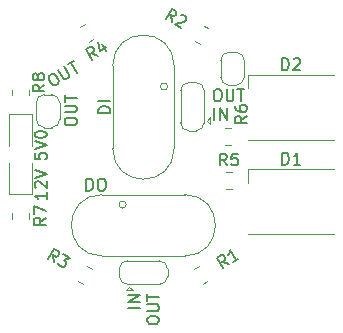
<source format=gbr>
%TF.GenerationSoftware,KiCad,Pcbnew,(7.0.0)*%
%TF.CreationDate,2023-06-29T20:54:47-07:00*%
%TF.ProjectId,glowprism_pipe_pcb,676c6f77-7072-4697-936d-5f706970655f,rev?*%
%TF.SameCoordinates,Original*%
%TF.FileFunction,Legend,Top*%
%TF.FilePolarity,Positive*%
%FSLAX46Y46*%
G04 Gerber Fmt 4.6, Leading zero omitted, Abs format (unit mm)*
G04 Created by KiCad (PCBNEW (7.0.0)) date 2023-06-29 20:54:47*
%MOMM*%
%LPD*%
G01*
G04 APERTURE LIST*
%ADD10C,0.150000*%
%ADD11C,0.120000*%
%ADD12C,0.100000*%
G04 APERTURE END LIST*
D10*
X6194371Y5504619D02*
X6384847Y5504619D01*
X6384847Y5504619D02*
X6480085Y5457000D01*
X6480085Y5457000D02*
X6575323Y5361761D01*
X6575323Y5361761D02*
X6622942Y5171285D01*
X6622942Y5171285D02*
X6622942Y4837952D01*
X6622942Y4837952D02*
X6575323Y4647476D01*
X6575323Y4647476D02*
X6480085Y4552238D01*
X6480085Y4552238D02*
X6384847Y4504619D01*
X6384847Y4504619D02*
X6194371Y4504619D01*
X6194371Y4504619D02*
X6099133Y4552238D01*
X6099133Y4552238D02*
X6003895Y4647476D01*
X6003895Y4647476D02*
X5956276Y4837952D01*
X5956276Y4837952D02*
X5956276Y5171285D01*
X5956276Y5171285D02*
X6003895Y5361761D01*
X6003895Y5361761D02*
X6099133Y5457000D01*
X6099133Y5457000D02*
X6194371Y5504619D01*
X7051514Y5504619D02*
X7051514Y4695095D01*
X7051514Y4695095D02*
X7099133Y4599857D01*
X7099133Y4599857D02*
X7146752Y4552238D01*
X7146752Y4552238D02*
X7241990Y4504619D01*
X7241990Y4504619D02*
X7432466Y4504619D01*
X7432466Y4504619D02*
X7527704Y4552238D01*
X7527704Y4552238D02*
X7575323Y4599857D01*
X7575323Y4599857D02*
X7622942Y4695095D01*
X7622942Y4695095D02*
X7622942Y5504619D01*
X7956276Y5504619D02*
X8527704Y5504619D01*
X8241990Y4504619D02*
X8241990Y5504619D01*
X6003895Y2884619D02*
X6003895Y3884619D01*
X6480085Y2884619D02*
X6480085Y3884619D01*
X6480085Y3884619D02*
X7051513Y2884619D01*
X7051513Y2884619D02*
X7051513Y3884619D01*
X-313619Y-12995113D02*
X-1313619Y-12995113D01*
X-313619Y-12518923D02*
X-1313619Y-12518923D01*
X-1313619Y-12518923D02*
X-313619Y-11947495D01*
X-313619Y-11947495D02*
X-1313619Y-11947495D01*
X306380Y-14137971D02*
X306380Y-13947495D01*
X306380Y-13947495D02*
X354000Y-13852257D01*
X354000Y-13852257D02*
X449238Y-13757019D01*
X449238Y-13757019D02*
X639714Y-13709400D01*
X639714Y-13709400D02*
X973047Y-13709400D01*
X973047Y-13709400D02*
X1163523Y-13757019D01*
X1163523Y-13757019D02*
X1258761Y-13852257D01*
X1258761Y-13852257D02*
X1306380Y-13947495D01*
X1306380Y-13947495D02*
X1306380Y-14137971D01*
X1306380Y-14137971D02*
X1258761Y-14233209D01*
X1258761Y-14233209D02*
X1163523Y-14328447D01*
X1163523Y-14328447D02*
X973047Y-14376066D01*
X973047Y-14376066D02*
X639714Y-14376066D01*
X639714Y-14376066D02*
X449238Y-14328447D01*
X449238Y-14328447D02*
X354000Y-14233209D01*
X354000Y-14233209D02*
X306380Y-14137971D01*
X306380Y-13280828D02*
X1115904Y-13280828D01*
X1115904Y-13280828D02*
X1211142Y-13233209D01*
X1211142Y-13233209D02*
X1258761Y-13185590D01*
X1258761Y-13185590D02*
X1306380Y-13090352D01*
X1306380Y-13090352D02*
X1306380Y-12899876D01*
X1306380Y-12899876D02*
X1258761Y-12804638D01*
X1258761Y-12804638D02*
X1211142Y-12757019D01*
X1211142Y-12757019D02*
X1115904Y-12709400D01*
X1115904Y-12709400D02*
X306380Y-12709400D01*
X306380Y-12376066D02*
X306380Y-11804638D01*
X1306380Y-12090352D02*
X306380Y-12090352D01*
X-6653219Y2689171D02*
X-6653219Y2879647D01*
X-6653219Y2879647D02*
X-6605600Y2974885D01*
X-6605600Y2974885D02*
X-6510361Y3070123D01*
X-6510361Y3070123D02*
X-6319885Y3117742D01*
X-6319885Y3117742D02*
X-5986552Y3117742D01*
X-5986552Y3117742D02*
X-5796076Y3070123D01*
X-5796076Y3070123D02*
X-5700838Y2974885D01*
X-5700838Y2974885D02*
X-5653219Y2879647D01*
X-5653219Y2879647D02*
X-5653219Y2689171D01*
X-5653219Y2689171D02*
X-5700838Y2593933D01*
X-5700838Y2593933D02*
X-5796076Y2498695D01*
X-5796076Y2498695D02*
X-5986552Y2451076D01*
X-5986552Y2451076D02*
X-6319885Y2451076D01*
X-6319885Y2451076D02*
X-6510361Y2498695D01*
X-6510361Y2498695D02*
X-6605600Y2593933D01*
X-6605600Y2593933D02*
X-6653219Y2689171D01*
X-6653219Y3546314D02*
X-5843695Y3546314D01*
X-5843695Y3546314D02*
X-5748457Y3593933D01*
X-5748457Y3593933D02*
X-5700838Y3641552D01*
X-5700838Y3641552D02*
X-5653219Y3736790D01*
X-5653219Y3736790D02*
X-5653219Y3927266D01*
X-5653219Y3927266D02*
X-5700838Y4022504D01*
X-5700838Y4022504D02*
X-5748457Y4070123D01*
X-5748457Y4070123D02*
X-5843695Y4117742D01*
X-5843695Y4117742D02*
X-6653219Y4117742D01*
X-6653219Y4451076D02*
X-6653219Y5022504D01*
X-5653219Y4736790D02*
X-6653219Y4736790D01*
X-7933855Y6729774D02*
X-7768898Y6825012D01*
X-7768898Y6825012D02*
X-7662610Y6831392D01*
X-7662610Y6831392D02*
X-7532512Y6796533D01*
X-7532512Y6796533D02*
X-7396035Y6655385D01*
X-7396035Y6655385D02*
X-7229368Y6366710D01*
X-7229368Y6366710D02*
X-7175369Y6177943D01*
X-7175369Y6177943D02*
X-7210229Y6047845D01*
X-7210229Y6047845D02*
X-7268898Y5958987D01*
X-7268898Y5958987D02*
X-7433855Y5863749D01*
X-7433855Y5863749D02*
X-7540143Y5857369D01*
X-7540143Y5857369D02*
X-7670241Y5892229D01*
X-7670241Y5892229D02*
X-7806718Y6033376D01*
X-7806718Y6033376D02*
X-7973385Y6322051D01*
X-7973385Y6322051D02*
X-8027384Y6510818D01*
X-8027384Y6510818D02*
X-7992524Y6640916D01*
X-7992524Y6640916D02*
X-7933855Y6729774D01*
X-7191548Y7158346D02*
X-6786786Y6457277D01*
X-6786786Y6457277D02*
X-6697928Y6398608D01*
X-6697928Y6398608D02*
X-6632879Y6381179D01*
X-6632879Y6381179D02*
X-6526591Y6387558D01*
X-6526591Y6387558D02*
X-6361633Y6482796D01*
X-6361633Y6482796D02*
X-6302964Y6571655D01*
X-6302964Y6571655D02*
X-6285535Y6636704D01*
X-6285535Y6636704D02*
X-6291914Y6742992D01*
X-6291914Y6742992D02*
X-6696676Y7444060D01*
X-6408001Y7610727D02*
X-5913129Y7896441D01*
X-5660565Y6887558D02*
X-6160565Y7753584D01*
X-4824313Y-3058980D02*
X-4824313Y-2058980D01*
X-4824313Y-2058980D02*
X-4586218Y-2058980D01*
X-4586218Y-2058980D02*
X-4443361Y-2106600D01*
X-4443361Y-2106600D02*
X-4348123Y-2201838D01*
X-4348123Y-2201838D02*
X-4300504Y-2297076D01*
X-4300504Y-2297076D02*
X-4252885Y-2487552D01*
X-4252885Y-2487552D02*
X-4252885Y-2630409D01*
X-4252885Y-2630409D02*
X-4300504Y-2820885D01*
X-4300504Y-2820885D02*
X-4348123Y-2916123D01*
X-4348123Y-2916123D02*
X-4443361Y-3011361D01*
X-4443361Y-3011361D02*
X-4586218Y-3058980D01*
X-4586218Y-3058980D02*
X-4824313Y-3058980D01*
X-3633837Y-2058980D02*
X-3443361Y-2058980D01*
X-3443361Y-2058980D02*
X-3348123Y-2106600D01*
X-3348123Y-2106600D02*
X-3252885Y-2201838D01*
X-3252885Y-2201838D02*
X-3205266Y-2392314D01*
X-3205266Y-2392314D02*
X-3205266Y-2725647D01*
X-3205266Y-2725647D02*
X-3252885Y-2916123D01*
X-3252885Y-2916123D02*
X-3348123Y-3011361D01*
X-3348123Y-3011361D02*
X-3443361Y-3058980D01*
X-3443361Y-3058980D02*
X-3633837Y-3058980D01*
X-3633837Y-3058980D02*
X-3729075Y-3011361D01*
X-3729075Y-3011361D02*
X-3824313Y-2916123D01*
X-3824313Y-2916123D02*
X-3871932Y-2725647D01*
X-3871932Y-2725647D02*
X-3871932Y-2392314D01*
X-3871932Y-2392314D02*
X-3824313Y-2201838D01*
X-3824313Y-2201838D02*
X-3729075Y-2106600D01*
X-3729075Y-2106600D02*
X-3633837Y-2058980D01*
X-2817619Y3500000D02*
X-3817619Y3500000D01*
X-3817619Y3500000D02*
X-3817619Y3738095D01*
X-3817619Y3738095D02*
X-3770000Y3880952D01*
X-3770000Y3880952D02*
X-3674761Y3976190D01*
X-3674761Y3976190D02*
X-3579523Y4023809D01*
X-3579523Y4023809D02*
X-3389047Y4071428D01*
X-3389047Y4071428D02*
X-3246190Y4071428D01*
X-3246190Y4071428D02*
X-3055714Y4023809D01*
X-3055714Y4023809D02*
X-2960476Y3976190D01*
X-2960476Y3976190D02*
X-2865238Y3880952D01*
X-2865238Y3880952D02*
X-2817619Y3738095D01*
X-2817619Y3738095D02*
X-2817619Y3500000D01*
X-2817619Y4500000D02*
X-3817619Y4500000D01*
X-8193219Y-3214400D02*
X-8193219Y-3785828D01*
X-8193219Y-3500114D02*
X-9193219Y-3500114D01*
X-9193219Y-3500114D02*
X-9050361Y-3595352D01*
X-9050361Y-3595352D02*
X-8955123Y-3690590D01*
X-8955123Y-3690590D02*
X-8907504Y-3785828D01*
X-9097980Y-2833447D02*
X-9145600Y-2785828D01*
X-9145600Y-2785828D02*
X-9193219Y-2690590D01*
X-9193219Y-2690590D02*
X-9193219Y-2452495D01*
X-9193219Y-2452495D02*
X-9145600Y-2357257D01*
X-9145600Y-2357257D02*
X-9097980Y-2309638D01*
X-9097980Y-2309638D02*
X-9002742Y-2262019D01*
X-9002742Y-2262019D02*
X-8907504Y-2262019D01*
X-8907504Y-2262019D02*
X-8764647Y-2309638D01*
X-8764647Y-2309638D02*
X-8193219Y-2881066D01*
X-8193219Y-2881066D02*
X-8193219Y-2262019D01*
X-9193219Y-1976304D02*
X-8193219Y-1642971D01*
X-8193219Y-1642971D02*
X-9193219Y-1309638D01*
X-9193219Y99885D02*
X-9193219Y-376304D01*
X-9193219Y-376304D02*
X-8717028Y-423923D01*
X-8717028Y-423923D02*
X-8764647Y-376304D01*
X-8764647Y-376304D02*
X-8812266Y-281066D01*
X-8812266Y-281066D02*
X-8812266Y-42971D01*
X-8812266Y-42971D02*
X-8764647Y52266D01*
X-8764647Y52266D02*
X-8717028Y99885D01*
X-8717028Y99885D02*
X-8621790Y147504D01*
X-8621790Y147504D02*
X-8383695Y147504D01*
X-8383695Y147504D02*
X-8288457Y99885D01*
X-8288457Y99885D02*
X-8240838Y52266D01*
X-8240838Y52266D02*
X-8193219Y-42971D01*
X-8193219Y-42971D02*
X-8193219Y-281066D01*
X-8193219Y-281066D02*
X-8240838Y-376304D01*
X-8240838Y-376304D02*
X-8288457Y-423923D01*
X-9193219Y433219D02*
X-8193219Y766552D01*
X-8193219Y766552D02*
X-9193219Y1099885D01*
X-9193219Y1623695D02*
X-9193219Y1718933D01*
X-9193219Y1718933D02*
X-9145600Y1814171D01*
X-9145600Y1814171D02*
X-9097980Y1861790D01*
X-9097980Y1861790D02*
X-9002742Y1909409D01*
X-9002742Y1909409D02*
X-8812266Y1957028D01*
X-8812266Y1957028D02*
X-8574171Y1957028D01*
X-8574171Y1957028D02*
X-8383695Y1909409D01*
X-8383695Y1909409D02*
X-8288457Y1861790D01*
X-8288457Y1861790D02*
X-8240838Y1814171D01*
X-8240838Y1814171D02*
X-8193219Y1718933D01*
X-8193219Y1718933D02*
X-8193219Y1623695D01*
X-8193219Y1623695D02*
X-8240838Y1528457D01*
X-8240838Y1528457D02*
X-8288457Y1480838D01*
X-8288457Y1480838D02*
X-8383695Y1433219D01*
X-8383695Y1433219D02*
X-8574171Y1385600D01*
X-8574171Y1385600D02*
X-8812266Y1385600D01*
X-8812266Y1385600D02*
X-9002742Y1433219D01*
X-9002742Y1433219D02*
X-9097980Y1480838D01*
X-9097980Y1480838D02*
X-9145600Y1528457D01*
X-9145600Y1528457D02*
X-9193219Y1623695D01*
%TO.C,R6*%
X8774780Y3236933D02*
X8298590Y2903600D01*
X8774780Y2665505D02*
X7774780Y2665505D01*
X7774780Y2665505D02*
X7774780Y3046457D01*
X7774780Y3046457D02*
X7822400Y3141695D01*
X7822400Y3141695D02*
X7870019Y3189314D01*
X7870019Y3189314D02*
X7965257Y3236933D01*
X7965257Y3236933D02*
X8108114Y3236933D01*
X8108114Y3236933D02*
X8203352Y3189314D01*
X8203352Y3189314D02*
X8250971Y3141695D01*
X8250971Y3141695D02*
X8298590Y3046457D01*
X8298590Y3046457D02*
X8298590Y2665505D01*
X7774780Y4094076D02*
X7774780Y3903600D01*
X7774780Y3903600D02*
X7822400Y3808362D01*
X7822400Y3808362D02*
X7870019Y3760743D01*
X7870019Y3760743D02*
X8012876Y3665505D01*
X8012876Y3665505D02*
X8203352Y3617886D01*
X8203352Y3617886D02*
X8584304Y3617886D01*
X8584304Y3617886D02*
X8679542Y3665505D01*
X8679542Y3665505D02*
X8727161Y3713124D01*
X8727161Y3713124D02*
X8774780Y3808362D01*
X8774780Y3808362D02*
X8774780Y3998838D01*
X8774780Y3998838D02*
X8727161Y4094076D01*
X8727161Y4094076D02*
X8679542Y4141695D01*
X8679542Y4141695D02*
X8584304Y4189314D01*
X8584304Y4189314D02*
X8346209Y4189314D01*
X8346209Y4189314D02*
X8250971Y4141695D01*
X8250971Y4141695D02*
X8203352Y4094076D01*
X8203352Y4094076D02*
X8155733Y3998838D01*
X8155733Y3998838D02*
X8155733Y3808362D01*
X8155733Y3808362D02*
X8203352Y3713124D01*
X8203352Y3713124D02*
X8250971Y3665505D01*
X8250971Y3665505D02*
X8346209Y3617886D01*
%TO.C,R8*%
X-8370219Y5903933D02*
X-8846409Y5570600D01*
X-8370219Y5332505D02*
X-9370219Y5332505D01*
X-9370219Y5332505D02*
X-9370219Y5713457D01*
X-9370219Y5713457D02*
X-9322600Y5808695D01*
X-9322600Y5808695D02*
X-9274980Y5856314D01*
X-9274980Y5856314D02*
X-9179742Y5903933D01*
X-9179742Y5903933D02*
X-9036885Y5903933D01*
X-9036885Y5903933D02*
X-8941647Y5856314D01*
X-8941647Y5856314D02*
X-8894028Y5808695D01*
X-8894028Y5808695D02*
X-8846409Y5713457D01*
X-8846409Y5713457D02*
X-8846409Y5332505D01*
X-8941647Y6475362D02*
X-8989266Y6380124D01*
X-8989266Y6380124D02*
X-9036885Y6332505D01*
X-9036885Y6332505D02*
X-9132123Y6284886D01*
X-9132123Y6284886D02*
X-9179742Y6284886D01*
X-9179742Y6284886D02*
X-9274980Y6332505D01*
X-9274980Y6332505D02*
X-9322600Y6380124D01*
X-9322600Y6380124D02*
X-9370219Y6475362D01*
X-9370219Y6475362D02*
X-9370219Y6665838D01*
X-9370219Y6665838D02*
X-9322600Y6761076D01*
X-9322600Y6761076D02*
X-9274980Y6808695D01*
X-9274980Y6808695D02*
X-9179742Y6856314D01*
X-9179742Y6856314D02*
X-9132123Y6856314D01*
X-9132123Y6856314D02*
X-9036885Y6808695D01*
X-9036885Y6808695D02*
X-8989266Y6761076D01*
X-8989266Y6761076D02*
X-8941647Y6665838D01*
X-8941647Y6665838D02*
X-8941647Y6475362D01*
X-8941647Y6475362D02*
X-8894028Y6380124D01*
X-8894028Y6380124D02*
X-8846409Y6332505D01*
X-8846409Y6332505D02*
X-8751171Y6284886D01*
X-8751171Y6284886D02*
X-8560695Y6284886D01*
X-8560695Y6284886D02*
X-8465457Y6332505D01*
X-8465457Y6332505D02*
X-8417838Y6380124D01*
X-8417838Y6380124D02*
X-8370219Y6475362D01*
X-8370219Y6475362D02*
X-8370219Y6665838D01*
X-8370219Y6665838D02*
X-8417838Y6761076D01*
X-8417838Y6761076D02*
X-8465457Y6808695D01*
X-8465457Y6808695D02*
X-8560695Y6856314D01*
X-8560695Y6856314D02*
X-8751171Y6856314D01*
X-8751171Y6856314D02*
X-8846409Y6808695D01*
X-8846409Y6808695D02*
X-8894028Y6761076D01*
X-8894028Y6761076D02*
X-8941647Y6665838D01*
%TO.C,R5*%
X7073733Y-927180D02*
X6740400Y-450990D01*
X6502305Y-927180D02*
X6502305Y72819D01*
X6502305Y72819D02*
X6883257Y72819D01*
X6883257Y72819D02*
X6978495Y25200D01*
X6978495Y25200D02*
X7026114Y-22419D01*
X7026114Y-22419D02*
X7073733Y-117657D01*
X7073733Y-117657D02*
X7073733Y-260514D01*
X7073733Y-260514D02*
X7026114Y-355752D01*
X7026114Y-355752D02*
X6978495Y-403371D01*
X6978495Y-403371D02*
X6883257Y-450990D01*
X6883257Y-450990D02*
X6502305Y-450990D01*
X7978495Y72819D02*
X7502305Y72819D01*
X7502305Y72819D02*
X7454686Y-403371D01*
X7454686Y-403371D02*
X7502305Y-355752D01*
X7502305Y-355752D02*
X7597543Y-308133D01*
X7597543Y-308133D02*
X7835638Y-308133D01*
X7835638Y-308133D02*
X7930876Y-355752D01*
X7930876Y-355752D02*
X7978495Y-403371D01*
X7978495Y-403371D02*
X8026114Y-498609D01*
X8026114Y-498609D02*
X8026114Y-736704D01*
X8026114Y-736704D02*
X7978495Y-831942D01*
X7978495Y-831942D02*
X7930876Y-879561D01*
X7930876Y-879561D02*
X7835638Y-927180D01*
X7835638Y-927180D02*
X7597543Y-927180D01*
X7597543Y-927180D02*
X7502305Y-879561D01*
X7502305Y-879561D02*
X7454686Y-831942D01*
%TO.C,R7*%
X-8268619Y-5373666D02*
X-8744809Y-5706999D01*
X-8268619Y-5945094D02*
X-9268619Y-5945094D01*
X-9268619Y-5945094D02*
X-9268619Y-5564142D01*
X-9268619Y-5564142D02*
X-9221000Y-5468904D01*
X-9221000Y-5468904D02*
X-9173380Y-5421285D01*
X-9173380Y-5421285D02*
X-9078142Y-5373666D01*
X-9078142Y-5373666D02*
X-8935285Y-5373666D01*
X-8935285Y-5373666D02*
X-8840047Y-5421285D01*
X-8840047Y-5421285D02*
X-8792428Y-5468904D01*
X-8792428Y-5468904D02*
X-8744809Y-5564142D01*
X-8744809Y-5564142D02*
X-8744809Y-5945094D01*
X-9268619Y-5040332D02*
X-9268619Y-4373666D01*
X-9268619Y-4373666D02*
X-8268619Y-4802237D01*
%TO.C,R1*%
X7227553Y-9316894D02*
X6700782Y-9071167D01*
X6732681Y-9602608D02*
X6232681Y-8736583D01*
X6232681Y-8736583D02*
X6562596Y-8546107D01*
X6562596Y-8546107D02*
X6668884Y-8539727D01*
X6668884Y-8539727D02*
X6733933Y-8557157D01*
X6733933Y-8557157D02*
X6822791Y-8615826D01*
X6822791Y-8615826D02*
X6894219Y-8739544D01*
X6894219Y-8739544D02*
X6900599Y-8845832D01*
X6900599Y-8845832D02*
X6883169Y-8910881D01*
X6883169Y-8910881D02*
X6824500Y-8999739D01*
X6824500Y-8999739D02*
X6494586Y-9190215D01*
X8052339Y-8840703D02*
X7557467Y-9126418D01*
X7804903Y-8983560D02*
X7304903Y-8117535D01*
X7304903Y-8117535D02*
X7293853Y-8288872D01*
X7293853Y-8288872D02*
X7258993Y-8418970D01*
X7258993Y-8418970D02*
X7200324Y-8507828D01*
%TO.C,R2*%
X2389772Y11195171D02*
X2339192Y11774231D01*
X1894900Y11480886D02*
X2394900Y12346911D01*
X2394900Y12346911D02*
X2724815Y12156435D01*
X2724815Y12156435D02*
X2783484Y12067577D01*
X2783484Y12067577D02*
X2800914Y12002528D01*
X2800914Y12002528D02*
X2794534Y11896240D01*
X2794534Y11896240D02*
X2723105Y11772522D01*
X2723105Y11772522D02*
X2634247Y11713853D01*
X2634247Y11713853D02*
X2569198Y11696423D01*
X2569198Y11696423D02*
X2462910Y11702803D01*
X2462910Y11702803D02*
X2132995Y11893279D01*
X3172067Y11788242D02*
X3237116Y11805672D01*
X3237116Y11805672D02*
X3343404Y11799292D01*
X3343404Y11799292D02*
X3549601Y11680244D01*
X3549601Y11680244D02*
X3608270Y11591386D01*
X3608270Y11591386D02*
X3625700Y11526337D01*
X3625700Y11526337D02*
X3619320Y11420049D01*
X3619320Y11420049D02*
X3571701Y11337570D01*
X3571701Y11337570D02*
X3459033Y11237662D01*
X3459033Y11237662D02*
X2678447Y11028505D01*
X2678447Y11028505D02*
X3214558Y10718981D01*
%TO.C,R3*%
X-7567027Y-9150228D02*
X-7617607Y-8571168D01*
X-8061899Y-8864513D02*
X-7561899Y-7998488D01*
X-7561899Y-7998488D02*
X-7231984Y-8188964D01*
X-7231984Y-8188964D02*
X-7173315Y-8277822D01*
X-7173315Y-8277822D02*
X-7155885Y-8342871D01*
X-7155885Y-8342871D02*
X-7162265Y-8449159D01*
X-7162265Y-8449159D02*
X-7233694Y-8572877D01*
X-7233694Y-8572877D02*
X-7322552Y-8631546D01*
X-7322552Y-8631546D02*
X-7387601Y-8648976D01*
X-7387601Y-8648976D02*
X-7493889Y-8642596D01*
X-7493889Y-8642596D02*
X-7823804Y-8452120D01*
X-6778352Y-8450869D02*
X-6242241Y-8760393D01*
X-6242241Y-8760393D02*
X-6721392Y-8923640D01*
X-6721392Y-8923640D02*
X-6597674Y-8995069D01*
X-6597674Y-8995069D02*
X-6539005Y-9083927D01*
X-6539005Y-9083927D02*
X-6521576Y-9148976D01*
X-6521576Y-9148976D02*
X-6527955Y-9255264D01*
X-6527955Y-9255264D02*
X-6647003Y-9461461D01*
X-6647003Y-9461461D02*
X-6735861Y-9520130D01*
X-6735861Y-9520130D02*
X-6800910Y-9537560D01*
X-6800910Y-9537560D02*
X-6907198Y-9531180D01*
X-6907198Y-9531180D02*
X-7154634Y-9388323D01*
X-7154634Y-9388323D02*
X-7213303Y-9299465D01*
X-7213303Y-9299465D02*
X-7230733Y-9234416D01*
%TO.C,R4*%
X-3872246Y8310705D02*
X-4399017Y8556432D01*
X-4367118Y8024991D02*
X-4867118Y8891016D01*
X-4867118Y8891016D02*
X-4537203Y9081492D01*
X-4537203Y9081492D02*
X-4430915Y9087872D01*
X-4430915Y9087872D02*
X-4365866Y9070442D01*
X-4365866Y9070442D02*
X-4277008Y9011773D01*
X-4277008Y9011773D02*
X-4205580Y8888055D01*
X-4205580Y8888055D02*
X-4199200Y8781767D01*
X-4199200Y8781767D02*
X-4216630Y8716718D01*
X-4216630Y8716718D02*
X-4275299Y8627860D01*
X-4275299Y8627860D02*
X-4605213Y8437384D01*
X-3463272Y9316627D02*
X-3129939Y8739277D01*
X-3859945Y9527494D02*
X-3708998Y8789856D01*
X-3708998Y8789856D02*
X-3172887Y9099380D01*
%TO.C,D1*%
X11761905Y-867380D02*
X11761905Y132619D01*
X11761905Y132619D02*
X12000000Y132619D01*
X12000000Y132619D02*
X12142857Y85000D01*
X12142857Y85000D02*
X12238095Y-10238D01*
X12238095Y-10238D02*
X12285714Y-105476D01*
X12285714Y-105476D02*
X12333333Y-295952D01*
X12333333Y-295952D02*
X12333333Y-438809D01*
X12333333Y-438809D02*
X12285714Y-629285D01*
X12285714Y-629285D02*
X12238095Y-724523D01*
X12238095Y-724523D02*
X12142857Y-819761D01*
X12142857Y-819761D02*
X12000000Y-867380D01*
X12000000Y-867380D02*
X11761905Y-867380D01*
X13285714Y-867380D02*
X12714286Y-867380D01*
X13000000Y-867380D02*
X13000000Y132619D01*
X13000000Y132619D02*
X12904762Y-10238D01*
X12904762Y-10238D02*
X12809524Y-105476D01*
X12809524Y-105476D02*
X12714286Y-153095D01*
%TO.C,D2*%
X11761905Y7132619D02*
X11761905Y8132619D01*
X11761905Y8132619D02*
X12000000Y8132619D01*
X12000000Y8132619D02*
X12142857Y8085000D01*
X12142857Y8085000D02*
X12238095Y7989761D01*
X12238095Y7989761D02*
X12285714Y7894523D01*
X12285714Y7894523D02*
X12333333Y7704047D01*
X12333333Y7704047D02*
X12333333Y7561190D01*
X12333333Y7561190D02*
X12285714Y7370714D01*
X12285714Y7370714D02*
X12238095Y7275476D01*
X12238095Y7275476D02*
X12142857Y7180238D01*
X12142857Y7180238D02*
X12000000Y7132619D01*
X12000000Y7132619D02*
X11761905Y7132619D01*
X12714286Y8037380D02*
X12761905Y8085000D01*
X12761905Y8085000D02*
X12857143Y8132619D01*
X12857143Y8132619D02*
X13095238Y8132619D01*
X13095238Y8132619D02*
X13190476Y8085000D01*
X13190476Y8085000D02*
X13238095Y8037380D01*
X13238095Y8037380D02*
X13285714Y7942142D01*
X13285714Y7942142D02*
X13285714Y7846904D01*
X13285714Y7846904D02*
X13238095Y7704047D01*
X13238095Y7704047D02*
X12666667Y7132619D01*
X12666667Y7132619D02*
X13285714Y7132619D01*
D11*
%TO.C,JP1*%
X8543800Y7954000D02*
X8543800Y6554000D01*
X6543800Y6554000D02*
X6543800Y7954000D01*
X7843800Y5854000D02*
X7243800Y5854000D01*
X7243800Y8654000D02*
X7843800Y8654000D01*
X7843800Y5854000D02*
G75*
G03*
X8543800Y6554000I0J700000D01*
G01*
X8543800Y7954000D02*
G75*
G03*
X7843800Y8654000I-699999J1D01*
G01*
X7243800Y8654000D02*
G75*
G03*
X6543800Y7954000I-1J-699999D01*
G01*
X6543800Y6554000D02*
G75*
G03*
X7243800Y5854000I700000J0D01*
G01*
%TO.C,R6*%
X6935736Y763600D02*
X7389864Y763600D01*
X6935736Y2233600D02*
X7389864Y2233600D01*
%TO.C,R8*%
X-11149000Y5448264D02*
X-11149000Y4994136D01*
X-9679000Y5448264D02*
X-9679000Y4994136D01*
%TO.C,R5*%
X7013336Y-2944800D02*
X7467464Y-2944800D01*
X7013336Y-1474800D02*
X7467464Y-1474800D01*
%TO.C,JP4*%
X1404600Y-11007600D02*
X-1395400Y-11007600D01*
X2054600Y-9707600D02*
X2054600Y-10307600D01*
X-1395400Y-9007600D02*
X1404600Y-9007600D01*
X-1195400Y-11207600D02*
X-895400Y-11507600D01*
X-2045400Y-10307600D02*
X-2045400Y-9707600D01*
X-1195400Y-11207600D02*
X-1495400Y-11507600D01*
X-1495400Y-11507600D02*
X-895400Y-11507600D01*
X2054600Y-9707600D02*
G75*
G03*
X1354600Y-9007600I-700000J0D01*
G01*
X-1345400Y-9007600D02*
G75*
G03*
X-2045400Y-9707600I-1J-699999D01*
G01*
X-2045400Y-10307600D02*
G75*
G03*
X-1345400Y-11007600I699999J-1D01*
G01*
X1354600Y-11007600D02*
G75*
G03*
X2054600Y-10307600I0J700000D01*
G01*
%TO.C,JP3*%
X5150100Y5438600D02*
X5150100Y2638600D01*
X3850100Y6088600D02*
X4450100Y6088600D01*
X3150100Y2638600D02*
X3150100Y5438600D01*
X5350100Y2838600D02*
X5650100Y3138600D01*
X4450100Y1988600D02*
X3850100Y1988600D01*
X5350100Y2838600D02*
X5650100Y2538600D01*
X5650100Y2538600D02*
X5650100Y3138600D01*
X3850100Y6088600D02*
G75*
G03*
X3150100Y5388600I0J-700000D01*
G01*
X3150100Y2688600D02*
G75*
G03*
X3850100Y1988600I699999J-1D01*
G01*
X4450100Y1988600D02*
G75*
G03*
X5150100Y2688600I1J699999D01*
G01*
X5150100Y5388600D02*
G75*
G03*
X4450100Y6088600I-700000J0D01*
G01*
%TO.C,JP2*%
X-9077200Y2968000D02*
X-9077200Y4368000D01*
X-7077200Y4368000D02*
X-7077200Y2968000D01*
X-8377200Y5068000D02*
X-7777200Y5068000D01*
X-7777200Y2268000D02*
X-8377200Y2268000D01*
X-8377200Y5068000D02*
G75*
G03*
X-9077200Y4368000I0J-700000D01*
G01*
X-9077200Y2968000D02*
G75*
G03*
X-8377200Y2268000I699999J-1D01*
G01*
X-7777200Y2268000D02*
G75*
G03*
X-7077200Y2968000I1J699999D01*
G01*
X-7077200Y4368000D02*
G75*
G03*
X-7777200Y5068000I-700000J0D01*
G01*
D12*
%TO.C,J7*%
X-3500000Y-8600000D02*
X3500000Y-8600000D01*
X-3500000Y-3400000D02*
X3500000Y-3400000D01*
X-3500000Y-3400000D02*
G75*
G03*
X-3500000Y-8600000I0J-2600000D01*
G01*
X3500000Y-8600000D02*
G75*
G03*
X3500000Y-3400000I0J2600000D01*
G01*
X-1450000Y-4250000D02*
G75*
G03*
X-1450000Y-4250000I-300000J0D01*
G01*
%TO.C,J6*%
X-2600000Y7500000D02*
X-2600000Y500000D01*
X2600000Y7500000D02*
X2600000Y500000D01*
X2600000Y7500000D02*
G75*
G03*
X-2600000Y7500000I-2600000J0D01*
G01*
X-2600000Y500000D02*
G75*
G03*
X2600000Y500000I2600000J0D01*
G01*
X2050000Y5750000D02*
G75*
G03*
X2050000Y5750000I-300000J0D01*
G01*
D11*
%TO.C,R7*%
X-11160600Y-5436364D02*
X-11160600Y-4982236D01*
X-9690600Y-5436364D02*
X-9690600Y-4982236D01*
%TO.C,R1*%
X4680543Y-9486139D02*
X4287257Y-9713203D01*
X5415543Y-10759197D02*
X5022257Y-10986261D01*
%TO.C,R2*%
X5491743Y10657597D02*
X5098457Y10884661D01*
X4756743Y9384539D02*
X4363457Y9611603D01*
%TO.C,R3*%
X-5491743Y-10733797D02*
X-5098457Y-10960861D01*
X-4756743Y-9460739D02*
X-4363457Y-9687803D01*
%TO.C,R4*%
X-4629743Y9511539D02*
X-4236457Y9738603D01*
X-5364743Y10784597D02*
X-4971457Y11011661D01*
%TO.C,D1*%
X8850000Y-1250000D02*
X16150000Y-1250000D01*
X8850000Y-2400000D02*
X8850000Y-1250000D01*
X8850000Y-6750000D02*
X16150000Y-6750000D01*
%TO.C,D2*%
X8850000Y1250000D02*
X16150000Y1250000D01*
X8850000Y5600000D02*
X8850000Y6750000D01*
X8850000Y6750000D02*
X16150000Y6750000D01*
%TO.C,D4*%
X-9465600Y724900D02*
X-9465600Y3409900D01*
X-9465600Y3409900D02*
X-11385600Y3409900D01*
X-11385600Y3409900D02*
X-11385600Y724900D01*
%TO.C,D3*%
X-11385600Y-704100D02*
X-11385600Y-3389100D01*
X-11385600Y-3389100D02*
X-9465600Y-3389100D01*
X-9465600Y-3389100D02*
X-9465600Y-704100D01*
%TD*%
M02*

</source>
